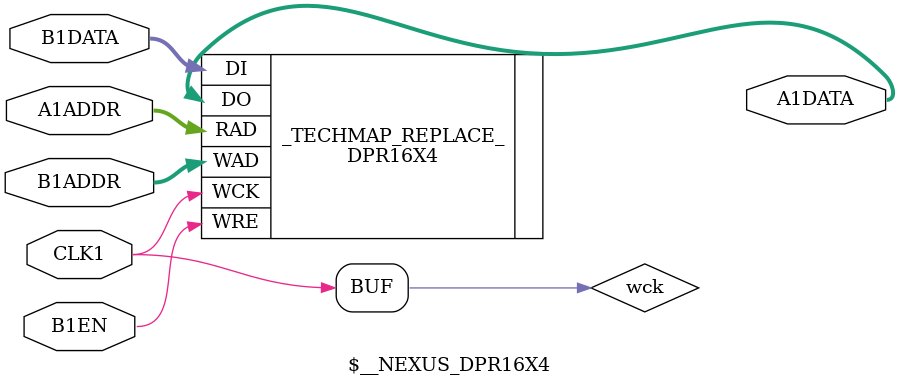
<source format=v>
module \$__NEXUS_DPR16X4 (CLK1, A1ADDR, A1DATA, B1ADDR, B1DATA, B1EN);
	parameter [63:0] INIT = 64'b0;
	parameter CLKPOL2 = 1;
	input CLK1;

	input [3:0] A1ADDR;
	output [3:0] A1DATA;

	input [3:0] B1ADDR;
	input [3:0] B1DATA;
	input B1EN;


	wire wck;

	generate
		if (CLKPOL2)
			assign wck = CLK1;
		else
			INV wck_inv_i (.A(CLK1), .Z(wck));
	endgenerate

	DPR16X4 #(
		.INITVAL($sformatf("0x%08x", INIT))
	) _TECHMAP_REPLACE_ (
		.RAD(A1ADDR),
		.DO(A1DATA),

		.WAD(B1ADDR),
		.DI(B1DATA),
		.WCK(CLK1),
		.WRE(B1EN)
	);
endmodule

</source>
